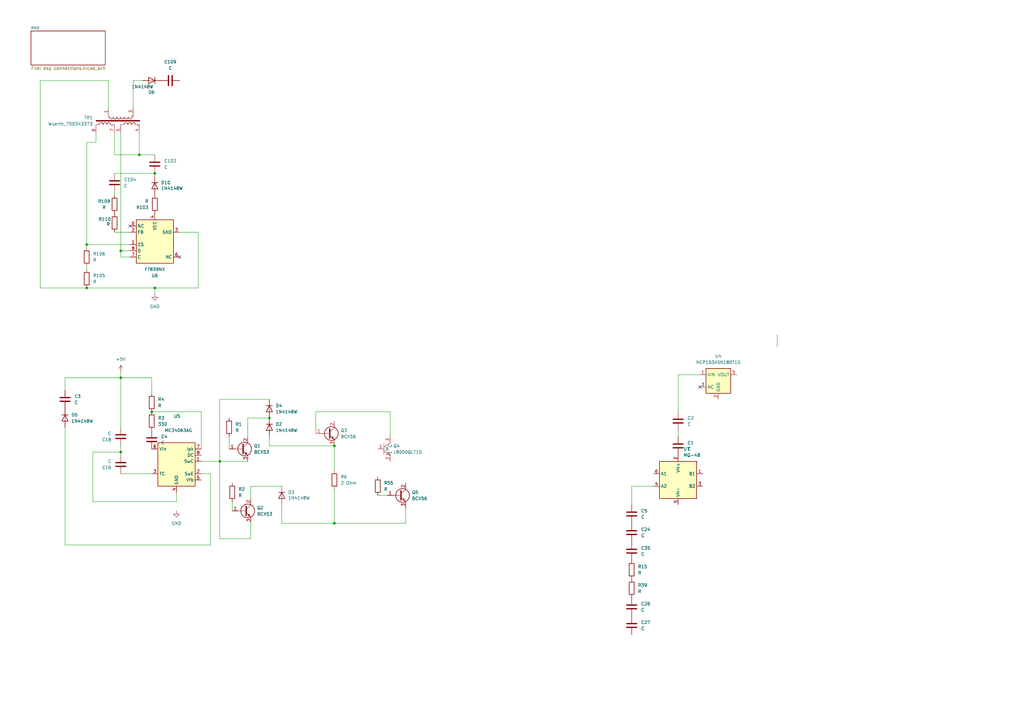
<source format=kicad_sch>
(kicad_sch (version 20250114) (generator "eeschema") (generator_version "9.0")
  (paper "A3")
  (lib_symbols
    (symbol "Device:C" (pin_numbers (hide yes)) (pin_names (offset 0.254))
      (property "Reference" "C" (at 0.635 2.54 0))
      (property "Value" "C" (at 0.635 -2.54 0))
      (symbol "C_0_1"
        (polyline (pts (xy -2.032 0.762) (xy 2.032 0.762)) (stroke (width 0.508)))
        (polyline (pts (xy -2.032 -0.762) (xy 2.032 -0.762)) (stroke (width 0.508)))
      )
      (symbol "C_1_1"
        (pin passive line (at 0 3.81 270) (length 2.794) (name "~") (number "1"))
        (pin passive line (at 0 -3.81 90) (length 2.794) (name "~") (number "2"))
      )
    )
    (symbol "Device:R" (pin_numbers (hide yes)) (pin_names (offset 0))
      (property "Reference" "R" (at 2.032 0 90))
      (property "Value" "R" (at 0 0 90))
      (symbol "R_0_1"
        (rectangle (start -1.016 -2.54) (end 1.016 2.54) (stroke (width 0.254)))
      )
      (symbol "R_1_1"
        (pin passive line (at 0 3.81 270) (length 1.27) (name "~") (number "1"))
        (pin passive line (at 0 -3.81 90) (length 1.27) (name "~") (number "2"))
      )
    )
    (symbol "Diode:1N4148W" (pin_numbers (hide yes)) (pin_names (hide yes))
      (property "Reference" "D" (at 0 2.54 0))
      (property "Value" "1N4148W" (at 0 -2.54 0))
      (symbol "1N4148W_0_1"
        (polyline (pts (xy -1.27 1.27) (xy -1.27 -1.27)) (stroke (width 0.254)))
        (polyline (pts (xy 1.27 1.27) (xy 1.27 -1.27) (xy -1.27 0) (xy 1.27 1.27)) (stroke (width 0.254)))
        (polyline (pts (xy 1.27 0) (xy -1.27 0)))
      )
      (symbol "1N4148W_1_1"
        (pin passive line (at -3.81 0 0) (length 2.54) (name "K") (number "1"))
        (pin passive line (at 3.81 0 180) (length 2.54) (name "A") (number "2"))
      )
    )
    (symbol "MC34063AD_1"
      (property "Reference" "U6" (at 0 12.7 0))
      (property "Value" "FT839NX" (at 0 10.16 0))
      (symbol "MC34063AD_1_0_1"
        (rectangle (start -7.62 7.62) (end 7.62 -10.16) (stroke (width 0.254)) (fill (type background)))
      )
      (symbol "MC34063AD_1_1_1"
        (pin unspecified line (at -10.16 5.08 0) (length 2.54) (name "NC") (number "6"))
        (pin power_in line (at -10.16 -5.08 0) (length 2.54) (name "GND") (number "3"))
        (pin power_in line (at 0 -12.7 90) (length 2.54) (name "VCC") (number "4"))
        (pin input line (at 10.16 5.08 180) (length 2.54) (name "C") (number "7"))
        (pin open_collector line (at 10.16 2.54 180) (length 2.54) (name "D") (number "8"))
        (pin open_collector line (at 10.16 0 180) (length 2.54) (name "CS") (number "1"))
        (pin open_emitter line (at 10.16 -5.08 180) (length 2.54) (name "FB") (number "2"))
        (pin unspecified line (at 10.16 -7.62 180) (length 2.54) (name "NC") (number "5"))
      )
    )
    (symbol "Regulator_Linear:NCP163ASN180T1G"
      (property "Reference" "U4" (at 0 10.16 0))
      (property "Value" "NCP163ASN180T1G" (at 0 7.62 0))
      (symbol "NCP163ASN180T1G_0_1"
        (rectangle (start -5.08 5.08) (end 5.08 -5.08) (stroke (width 0.254)) (fill (type background)))
      )
      (symbol "NCP163ASN180T1G_1_1"
        (pin power_in line (at -7.62 2.54 0) (length 2.54) (name "VIN") (number "1"))
        (pin input line (at -7.62 -2.54 0) (length 2.54) (name "NC") (number "3"))
        (pin power_in line (at 0 -7.62 90) (length 2.54) (name "GND") (number "2"))
        (pin no_connect line (at 5.08 -2.54 180) (length 2.54) (hide yes) (name "NC") (number "4"))
        (pin power_out line (at 7.62 2.54 180) (length 2.54) (name "VOUT") (number "5"))
      )
    )
    (symbol "Regulator_Switching:MC34063AD"
      (property "Reference" "U" (at -7.62 8.89 0))
      (property "Value" "MC34063AD" (at 0 8.89 0))
      (symbol "MC34063AD_0_1"
        (rectangle (start -7.62 7.62) (end 7.62 -10.16) (stroke (width 0.254)) (fill (type background)))
      )
      (symbol "MC34063AD_1_1"
        (pin power_in line (at -10.16 5.08 0) (length 2.54) (name "Vin") (number "6"))
        (pin passive line (at -10.16 -5.08 0) (length 2.54) (name "TC") (number "3"))
        (pin power_in line (at 0 -12.7 90) (length 2.54) (name "GND") (number "4"))
        (pin input line (at 10.16 5.08 180) (length 2.54) (name "Ipk") (number "7"))
        (pin open_collector line (at 10.16 2.54 180) (length 2.54) (name "DC") (number "8"))
        (pin open_collector line (at 10.16 0 180) (length 2.54) (name "SwC") (number "1"))
        (pin open_emitter line (at 10.16 -5.08 180) (length 2.54) (name "SwE") (number "2"))
        (pin input line (at 10.16 -7.62 180) (length 2.54) (name "Vfb") (number "5"))
      )
    )
    (symbol "Sensor_Gas:MQ-6"
      (property "Reference" "U" (at -6.35 8.89 0))
      (property "Value" "MQ-6" (at 3.81 8.89 0))
      (symbol "MQ-6_0_1"
        (rectangle (start -7.62 7.62) (end 7.62 -7.62) (stroke (width 0.254)) (fill (type background)))
      )
      (symbol "MQ-6_1_1"
        (pin passive line (at -10.16 2.54 0) (length 2.54) (name "A1") (number "6"))
        (pin passive line (at -10.16 -2.54 0) (length 2.54) (name "A2") (number "4"))
        (pin power_in line (at 0 10.16 270) (length 2.54) (name "VH+") (number "2"))
        (pin power_in line (at 0 -10.16 90) (length 2.54) (name "VH-") (number "5"))
        (pin passive line (at 10.16 2.54 180) (length 2.54) (name "B1") (number "1"))
        (pin passive line (at 10.16 -2.54 180) (length 2.54) (name "B2") (number "3"))
      )
    )
    (symbol "Transformer:Wuerth_750343373"
      (property "Reference" "TR" (at 0 8.89 0))
      (property "Value" "Wuerth_750343373" (at 0 -11.43 0))
      (symbol "Wuerth_750343373_0_1"
        (circle (center -2.032 4.572) (radius 0.127))
        (arc (start -1.524 4.572) (mid -0.7653 3.81) (end -1.524 3.048) (stroke (width 0.2032)))
        (arc (start -1.524 3.048) (mid -0.7653 2.286) (end -1.524 1.524) (stroke (width 0.2032)))
        (arc (start -1.524 1.524) (mid -0.7653 0.762) (end -1.524 0) (stroke (width 0.2032)))
        (arc (start -1.524 0) (mid -0.7653 -0.762) (end -1.524 -1.524) (stroke (width 0.2032)))
        (arc (start -1.524 -1.524) (mid -0.7653 -2.286) (end -1.524 -3.048) (stroke (width 0.2032)))
        (arc (start -1.524 -3.048) (mid -0.7653 -3.81) (end -1.524 -4.572) (stroke (width 0.2032)))
        (polyline (pts (xy -1.524 4.572) (xy -1.524 5.08) (xy -2.54 5.08)))
        (polyline (pts (xy -1.524 -4.572) (xy -1.524 -5.08) (xy -2.54 -5.08)))
        (rectangle (start -0.254 7.874) (end 0.254 -10.16) (stroke (width 0.0254)) (fill (type outline)))
        (polyline (pts (xy 1.524 -8.89) (xy 1.524 -10.16) (xy 2.54 -10.16)))
        (arc (start 1.524 4.445) (mid 0.7653 5.207) (end 1.524 5.969) (stroke (width 0.2032)))
        (arc (start 1.524 2.921) (mid 0.7653 3.683) (end 1.524 4.445) (stroke (width 0.2032)))
        (arc (start 1.524 1.397) (mid 0.7653 2.159) (end 1.524 2.921) (stroke (width 0.2032)))
        (arc (start 1.524 -5.715) (mid 0.7653 -4.953) (end 1.524 -4.191) (stroke (width 0.2032)))
        (arc (start 1.524 -7.239) (mid 0.7653 -6.477) (end 1.524 -5.715) (stroke (width 0.2032)))
        (arc (start 1.524 -8.763) (mid 0.7653 -8.001) (end 1.524 -7.239) (stroke (width 0.2032)))
        (circle (center 2.032 7.112) (radius 0.127))
        (circle (center 2.032 -3.556) (radius 0.127))
        (polyline (pts (xy 2.54 7.62) (xy 1.524 7.62) (xy 1.524 6.096)))
        (polyline (pts (xy 2.54 0) (xy 1.524 0) (xy 1.524 1.27)))
        (polyline (pts (xy 2.54 -2.54) (xy 1.524 -2.54) (xy 1.524 -4.064)))
      )
      (symbol "Wuerth_750343373_1_1"
        (pin passive line (at -5.08 5.08 0) (length 2.54) (name "~") (number "3"))
        (pin passive line (at -5.08 -5.08 0) (length 2.54) (name "~") (number "1"))
        (pin no_connect line (at 0 2.54 180) (length 2.54) (hide yes) (name "~") (number "2"))
        (pin no_connect line (at 0 0 180) (length 2.54) (hide yes) (name "~") (number "8"))
        (pin no_connect line (at 0 -2.54 180) (length 2.54) (hide yes) (name "~") (number "9"))
        (pin no_connect line (at 0 -7.62 0) (length 2.54) (hide yes) (name "~") (number "10"))
        (pin passive line (at 5.08 7.62 180) (length 2.54) (name "~") (number "4"))
        (pin passive line (at 5.08 0 180) (length 2.54) (name "~") (number "5"))
        (pin passive line (at 5.08 -2.54 180) (length 2.54) (name "~") (number "7"))
        (pin passive line (at 5.08 -10.16 180) (length 2.54) (name "~") (number "6"))
      )
    )
    (symbol "Transistor_BJT:BCX53" (pin_names (offset 0) (hide yes))
      (property "Reference" "Q" (at 5.08 1.905 0))
      (property "Value" "BCX53" (at 5.08 0 0))
      (symbol "BCX53_0_1"
        (polyline (pts (xy -2.54 0) (xy 0.635 0)))
        (polyline (pts (xy 0.635 1.905) (xy 0.635 -1.905)) (stroke (width 0.508)))
        (polyline (pts (xy 0.635 0.635) (xy 2.54 2.54)))
        (polyline (pts (xy 0.635 -0.635) (xy 2.54 -2.54)))
        (circle (center 1.27 0) (radius 2.8194) (stroke (width 0.254)))
        (polyline (pts (xy 2.286 -1.778) (xy 1.778 -2.286) (xy 1.27 -1.27) (xy 2.286 -1.778)) (fill (type outline)))
      )
      (symbol "BCX53_1_1"
        (pin input line (at -5.08 0 0) (length 2.54) (name "B") (number "1"))
        (pin passive line (at 2.54 5.08 270) (length 2.54) (name "C") (number "2"))
        (pin passive line (at 2.54 -5.08 90) (length 2.54) (name "E") (number "3"))
      )
    )
    (symbol "Transistor_BJT:BCX56" (pin_names (offset 0) (hide yes))
      (property "Reference" "Q" (at 5.08 1.905 0))
      (property "Value" "BCX56" (at 5.08 0 0))
      (symbol "BCX56_0_1"
        (polyline (pts (xy -2.54 0) (xy 0.635 0)))
        (polyline (pts (xy 0.635 1.905) (xy 0.635 -1.905)) (stroke (width 0.508)))
        (circle (center 1.27 0) (radius 2.8194) (stroke (width 0.254)))
      )
      (symbol "BCX56_1_1"
        (polyline (pts (xy 0.635 0.635) (xy 2.54 2.54)))
        (polyline (pts (xy 0.635 -0.635) (xy 2.54 -2.54)))
        (polyline (pts (xy 1.27 -1.778) (xy 1.778 -1.27) (xy 2.286 -2.286) (xy 1.27 -1.778)) (fill (type outline)))
        (pin input line (at -5.08 0 0) (length 2.54) (name "B") (number "1"))
        (pin passive line (at 2.54 5.08 270) (length 2.54) (name "C") (number "2"))
        (pin passive line (at 2.54 -5.08 90) (length 2.54) (name "E") (number "3"))
      )
    )
    (symbol "easyeda2kicad:L8050QLT1G"
      (property "Reference" "Q" (at 0 10.16 0))
      (property "Value" "L8050QLT1G" (at 0 -10.16 0))
      (symbol "L8050QLT1G_0_1"
        (polyline (pts (xy 0 2.29) (xy 0 -2.29)))
        (polyline (pts (xy 0 -0.76) (xy 2.54 -2.54)))
        (polyline (pts (xy 2.54 2.54) (xy 0 0.76)))
        (polyline (pts (xy 2.54 -2.54) (xy 1.78 -1.27) (xy 1.02 -2.29) (xy 2.54 -2.54)) (fill (type background)))
        (pin unspecified line (at -2.54 0 0) (length 2.54) (name "B") (number "1"))
        (pin unspecified line (at 2.54 5.08 270) (length 2.54) (name "C") (number "3"))
        (pin unspecified line (at 2.54 -5.08 90) (length 2.54) (name "E") (number "2"))
      )
    )
    (symbol "power:GND" (power) (pin_numbers (hide yes)) (pin_names (offset 0) (hide yes))
      (property "Value" "GND" (at 0 -3.81 0))
      (symbol "GND_0_1"
        (polyline (pts (xy 0 0) (xy 0 -1.27) (xy 1.27 -1.27) (xy 0 -2.54) (xy -1.27 -1.27) (xy 0 -1.27)))
      )
      (symbol "GND_1_1"
        (pin power_in line (at 0 0 270) (length 0) (name "~") (number "1"))
      )
    )
    (symbol "power:VCC" (power) (pin_numbers (hide yes)) (pin_names (offset 0) (hide yes))
      (property "Value" "VCC" (at 0 3.556 0))
      (symbol "VCC_0_1"
        (polyline (pts (xy -0.762 1.27) (xy 0 2.54)))
        (polyline (pts (xy 0 2.54) (xy 0.762 1.27)))
        (polyline (pts (xy 0 0) (xy 0 2.54)))
      )
      (symbol "VCC_1_1"
        (pin power_in line (at 0 0 90) (length 0) (name "~") (number "1"))
      )
    )
  )
  (junction (at 90.17 189.23))
  (junction (at 49.53 185.42))
  (junction (at 49.53 154.94))
  (junction (at 63.5 71.12))
  (junction (at 63.5 118.11))
  (junction (at 35.56 100.33))
  (junction (at 57.15 63.5))
  (junction (at 110.49 171.45))
  (junction (at 137.16 182.88))
  (junction (at 49.53 102.87))
  (junction (at 62.23 168.91))
  (junction (at 35.56 118.11))
  (junction (at 137.16 214.63))
  (no_connect (at 73.66 105.41))
  (no_connect (at 287.02 158.75))
  (no_connect (at 53.34 92.71))
  (wire (pts (xy 39.37 58.42) (xy 35.56 58.42)))
  (wire (pts (xy 62.23 168.91) (xy 82.55 168.91)))
  (wire (pts (xy 115.57 214.63) (xy 137.16 214.63)))
  (wire (pts (xy 63.5 118.11) (xy 63.5 120.65)))
  (wire (pts (xy 49.53 185.42) (xy 49.53 186.69)))
  (wire (pts (xy 35.56 58.42) (xy 35.56 100.33)))
  (wire (pts (xy 49.53 194.31) (xy 62.23 194.31)))
  (wire (pts (xy 38.1 205.74) (xy 38.1 185.42)))
  (wire (pts (xy 102.87 199.39) (xy 115.57 199.39)))
  (wire (pts (xy 95.25 205.74) (xy 95.25 209.55)))
  (wire (pts (xy 102.87 214.63) (xy 102.87 220.98)))
  (wire (pts (xy 49.53 182.88) (xy 49.53 185.42)))
  (wire (pts (xy 110.49 182.88) (xy 137.16 182.88)))
  (wire (pts (xy 278.13 153.67) (xy 278.13 168.91)))
  (wire (pts (xy 72.39 205.74) (xy 38.1 205.74)))
  (wire (pts (xy 46.99 63.5) (xy 57.15 63.5)))
  (wire (pts (xy 137.16 214.63) (xy 166.37 214.63)))
  (wire (pts (xy 35.56 110.49) (xy 35.56 109.22)))
  (wire (pts (xy 38.1 185.42) (xy 49.53 185.42)))
  (wire (pts (xy 82.55 189.23) (xy 90.17 189.23)))
  (wire (pts (xy 81.28 118.11) (xy 63.5 118.11)))
  (wire (pts (xy 26.67 154.94) (xy 49.53 154.94)))
  (wire (pts (xy 259.08 199.39) (xy 259.08 207.01)))
  (wire (pts (xy 137.16 200.66) (xy 137.16 214.63)))
  (wire (pts (xy 53.34 105.41) (xy 49.53 105.41)))
  (wire (pts (xy 93.98 179.07) (xy 93.98 184.15)))
  (wire (pts (xy 82.55 184.15) (xy 82.55 168.91)))
  (wire (pts (xy 54.61 33.02) (xy 54.61 44.45)))
  (wire (pts (xy 39.37 54.61) (xy 39.37 58.42)))
  (wire (pts (xy 26.67 154.94) (xy 26.67 160.02)))
  (wire (pts (xy 35.56 100.33) (xy 35.56 101.6)))
  (wire (pts (xy 137.16 182.88) (xy 137.16 193.04)))
  (wire (pts (xy 102.87 204.47) (xy 102.87 199.39)))
  (wire (pts (xy 26.67 223.52) (xy 26.67 175.26)))
  (wire (pts (xy 82.55 194.31) (xy 86.36 194.31)))
  (wire (pts (xy 81.28 95.25) (xy 81.28 118.11)))
  (wire (pts (xy 73.66 95.25) (xy 81.28 95.25)))
  (wire (pts (xy 62.23 161.29) (xy 62.23 154.94)))
  (wire (pts (xy 278.13 153.67) (xy 287.02 153.67)))
  (wire (pts (xy 46.99 54.61) (xy 46.99 63.5)))
  (wire (pts (xy 53.34 100.33) (xy 35.56 100.33)))
  (wire (pts (xy 160.02 168.91) (xy 129.54 168.91)))
  (wire (pts (xy 57.15 63.5) (xy 63.5 63.5)))
  (wire (pts (xy 35.56 118.11) (xy 63.5 118.11)))
  (wire (pts (xy 72.39 201.93) (xy 72.39 205.74)))
  (wire (pts (xy 49.53 175.26) (xy 49.53 154.94)))
  (wire (pts (xy 86.36 194.31) (xy 86.36 223.52)))
  (wire (pts (xy 166.37 214.63) (xy 166.37 208.28)))
  (wire (pts (xy 154.94 203.2) (xy 158.75 203.2)))
  (wire (pts (xy 278.13 176.53) (xy 278.13 179.07)))
  (wire (pts (xy 90.17 220.98) (xy 90.17 189.23)))
  (wire (pts (xy 115.57 214.63) (xy 115.57 207.01)))
  (wire (pts (xy 46.99 78.74) (xy 46.99 80.01)))
  (wire (pts (xy 102.87 220.98) (xy 90.17 220.98)))
  (wire (pts (xy 110.49 182.88) (xy 110.49 179.07)))
  (wire (pts (xy 63.5 71.12) (xy 63.5 72.39)))
  (wire (pts (xy 86.36 223.52) (xy 26.67 223.52)))
  (wire (pts (xy 44.45 44.45) (xy 44.45 33.02)))
  (wire (pts (xy 160.02 168.91) (xy 160.02 179.07)))
  (wire (pts (xy 57.15 54.61) (xy 57.15 63.5)))
  (wire (pts (xy 49.53 102.87) (xy 49.53 105.41)))
  (wire (pts (xy 46.99 71.12) (xy 63.5 71.12)))
  (wire (pts (xy 101.6 171.45) (xy 101.6 179.07)))
  (wire (pts (xy 49.53 152.4) (xy 49.53 154.94)))
  (wire (pts (xy 16.51 118.11) (xy 35.56 118.11)))
  (wire (pts (xy 44.45 33.02) (xy 16.51 33.02)))
  (wire (pts (xy 16.51 33.02) (xy 16.51 118.11)))
  (wire (pts (xy 90.17 189.23) (xy 101.6 189.23)))
  (wire (pts (xy 90.17 163.83) (xy 90.17 189.23)))
  (wire (pts (xy 49.53 154.94) (xy 62.23 154.94)))
  (wire (pts (xy 267.97 199.39) (xy 259.08 199.39)))
  (wire (pts (xy 53.34 95.25) (xy 46.99 95.25)))
  (wire (pts (xy 129.54 177.8) (xy 129.54 168.91)))
  (wire (pts (xy 110.49 163.83) (xy 90.17 163.83)))
  (wire (pts (xy 49.53 54.61) (xy 49.53 102.87)))
  (wire (pts (xy 49.53 102.87) (xy 53.34 102.87)))
  (wire (pts (xy 54.61 33.02) (xy 58.42 33.02)))
  (wire (pts (xy 318.77 137.16) (xy 318.77 142.24)))
  (wire (pts (xy 101.6 171.45) (xy 110.49 171.45)))
  (symbol (lib_id "Device:R") (at 46.99 91.44 180) (unit 1)
    (property "Reference" "R110" (at 40.386 89.916 0) (effects (justify right)))
    (property "Value" "R" (at 43.688 91.948 0) (effects (justify right)))
    (property "Description" "Resistor" (effects (hide yes)))
  )
  (symbol (lib_id "Diode:1N4148W") (at 63.5 76.2 270) (unit 1)
    (property "Reference" "D10" (at 66.04 74.9299 90) (effects (justify left)))
    (property "Value" "1N4148W" (at 66.04 77.216 90) (effects (justify left)))
    (property "Footprint" "Diode_SMD:D_SOD-123" (effects (hide yes)))
    (property "Datasheet" "https://www.vishay.com/docs/85748/1n4148w.pdf" (effects (hide yes)))
    (property "Description" "75V 0.15A Fast Switching Diode, SOD-123" (effects (hide yes)))
    (property "Sim.Device" "D" (effects (hide yes)))
    (property "Sim.Pins" "1=K 2=A" (effects (hide yes)))
  )
  (symbol (lib_id "Device:R") (at 62.23 172.72 0) (unit 1)
    (property "Reference" "R3" (at 64.77 171.4499 0) (effects (justify left)))
    (property "Value" "330" (at 64.77 173.9899 0) (effects (justify left)))
    (property "Description" "Resistor" (effects (hide yes)))
  )
  (symbol (lib_id "Regulator_Switching:MC34063AD") (at 72.39 189.23 0) (unit 1)
    (property "Reference" "U5" (at 72.644 170.688 0))
    (property "Value" "MC34063AG" (at 73.152 176.53 0))
    (property "Footprint" "Package_SO:SOIC-8_3.9x4.9mm_P1.27mm" (effects (hide yes)))
    (property "Datasheet" "http://www.onsemi.com/pub_link/Collateral/MC34063A-D.PDF" (effects (hide yes)))
    (property "Description" "1.5A, step-up/down/inverting switching regulator, 3-40V Vin, 100kHz, SO-8" (effects (hide yes)))
  )
  (symbol (lib_id "Device:C") (at 259.08 226.06 0) (unit 1)
    (property "Reference" "C35" (at 262.89 224.7899 0) (effects (justify left)))
    (property "Value" "C" (at 262.89 227.3299 0) (effects (justify left)))
    (property "Description" "Unpolarized capacitor" (effects (hide yes)))
  )
  (symbol (lib_id "Regulator_Linear:NCP163ASN180T1G") (at 294.64 156.21 0) (unit 1)
    (property "Reference" "U4" (at 294.64 146.05 0))
    (property "Value" "NCP163ASN180T1G" (at 294.64 148.59 0))
    (property "Footprint" "Package_TO_SOT_SMD:SOT-23-5" (effects (hide yes)))
    (property "Datasheet" "https://www.onsemi.com/pdf/datasheet/ncp163-d.pdf" (effects (hide yes)))
    (property "Description" "250mA low-noise LDO, 2.2V-5.5V input, 1.8V output, SOT-23-5" (effects (hide yes)))
  )
  (symbol (lib_id "Transistor_BJT:BCX53") (at 100.33 209.55 0) (unit 1)
    (property "Reference" "Q2" (at 105.41 208.2799 0) (effects (justify left)))
    (property "Value" "BCX53" (at 105.41 210.8199 0) (effects (justify left)))
    (property "Footprint" "Package_TO_SOT_SMD:SOT-89-3" (effects (hide yes)))
    (property "Datasheet" "http://www.infineon.com/dgdl/bcx51_bcx52_bcx53.pdf" (effects (hide yes)))
    (property "Description" "1A Ic, 80V Vce, PNP Medium Power Transistor, SOT-89" (effects (hide yes)))
  )
  (symbol (lib_id "Device:R") (at 154.94 199.39 0) (unit 1)
    (property "Reference" "R55" (at 157.48 198.1199 0) (effects (justify left)))
    (property "Value" "R" (at 157.48 200.6599 0) (effects (justify left)))
    (property "Description" "Resistor" (effects (hide yes)))
  )
  (symbol (lib_id "Diode:1N4148W") (at 110.49 175.26 270) (unit 1)
    (property "Reference" "D2" (at 113.03 173.9899 90) (effects (justify left)))
    (property "Value" "1N4148W" (at 113.03 176.5299 90) (effects (justify left)))
    (property "Footprint" "Diode_SMD:D_SOD-123" (effects (hide yes)))
    (property "Datasheet" "https://www.vishay.com/docs/85748/1n4148w.pdf" (effects (hide yes)))
    (property "Description" "75V 0.15A Fast Switching Diode, SOD-123" (effects (hide yes)))
    (property "Sim.Device" "D" (effects (hide yes)))
    (property "Sim.Pins" "1=K 2=A" (effects (hide yes)))
  )
  (symbol (lib_id "Device:C") (at 259.08 210.82 0) (unit 1)
    (property "Reference" "C5" (at 262.89 209.5499 0) (effects (justify left)))
    (property "Value" "C" (at 262.89 212.0899 0) (effects (justify left)))
    (property "Description" "Unpolarized capacitor" (effects (hide yes)))
  )
  (symbol (lib_id "Diode:1N4148W") (at 110.49 167.64 270) (unit 1)
    (property "Reference" "D4" (at 113.03 166.3699 90) (effects (justify left)))
    (property "Value" "1N4148W" (at 113.03 168.9099 90) (effects (justify left)))
    (property "Footprint" "Diode_SMD:D_SOD-123" (effects (hide yes)))
    (property "Datasheet" "https://www.vishay.com/docs/85748/1n4148w.pdf" (effects (hide yes)))
    (property "Description" "75V 0.15A Fast Switching Diode, SOD-123" (effects (hide yes)))
    (property "Sim.Device" "D" (effects (hide yes)))
    (property "Sim.Pins" "1=K 2=A" (effects (hide yes)))
  )
  (symbol (lib_id "Diode:1N4148W") (at 26.67 171.45 270) (unit 1)
    (property "Reference" "D5" (at 29.21 170.1799 90) (effects (justify left)))
    (property "Value" "1N4148W" (at 29.21 172.7199 90) (effects (justify left)))
    (property "Footprint" "Diode_SMD:D_SOD-123" (effects (hide yes)))
    (property "Datasheet" "https://www.vishay.com/docs/85748/1n4148w.pdf" (effects (hide yes)))
    (property "Description" "75V 0.15A Fast Switching Diode, SOD-123" (effects (hide yes)))
    (property "Sim.Device" "D" (effects (hide yes)))
    (property "Sim.Pins" "1=K 2=A" (effects (hide yes)))
  )
  (symbol (lib_id "Device:R") (at 259.08 233.68 0) (unit 1)
    (property "Reference" "R15" (at 261.62 232.4099 0) (effects (justify left)))
    (property "Value" "R" (at 261.62 234.9499 0) (effects (justify left)))
    (property "Description" "Resistor" (effects (hide yes)))
  )
  (symbol (lib_id "Device:R") (at 95.25 201.93 0) (unit 1)
    (property "Reference" "R2" (at 97.79 200.6599 0) (effects (justify left)))
    (property "Value" "R" (at 97.79 203.1999 0) (effects (justify left)))
    (property "Description" "Resistor" (effects (hide yes)))
  )
  (symbol (lib_id "Device:C") (at 259.08 256.54 0) (unit 1)
    (property "Reference" "C27" (at 262.89 255.2699 0) (effects (justify left)))
    (property "Value" "C" (at 262.89 257.8099 0) (effects (justify left)))
    (property "Description" "Unpolarized capacitor" (effects (hide yes)))
  )
  (symbol (lib_id "Device:C") (at 26.67 163.83 0) (unit 1)
    (property "Reference" "C3" (at 30.48 162.5599 0) (effects (justify left)))
    (property "Value" "C" (at 30.48 165.0999 0) (effects (justify left)))
    (property "Description" "Unpolarized capacitor" (effects (hide yes)))
  )
  (symbol (lib_id "power:VCC") (at 49.53 152.4 0) (unit 1)
    (property "Reference" "#PWR04" (effects (hide yes)))
    (property "Value" "+5V" (at 49.53 147.32 0))
    (property "Description" "Power symbol creates a global label with name \"VCC\"" (effects (hide yes)))
  )
  (symbol (lib_id "Sensor_Gas:MQ-6") (at 278.13 196.85 0) (unit 1)
    (property "Reference" "U7" (at 280.2733 184.15 0) (effects (justify left)))
    (property "Value" "MQ-4B" (at 280.2733 186.69 0) (effects (justify left)))
    (property "Footprint" "Sensor:MQ-6" (effects (hide yes)))
    (property "Datasheet" "https://www.winsen-sensor.com/d/files/semiconductor/mq-6.pdf" (effects (hide yes)))
    (property "Description" "Semiconductor Sensor for Flammable Gas" (effects (hide yes)))
  )
  (symbol (lib_id "Diode:1N4148W") (at 62.23 33.02 180) (unit 1)
    (property "Reference" "D6" (at 63.5 37.846 0) (effects (justify left)))
    (property "Value" "1N4148W" (at 62.992 35.56 0) (effects (justify left)))
    (property "Footprint" "Diode_SMD:D_SOD-123" (effects (hide yes)))
    (property "Datasheet" "https://www.vishay.com/docs/85748/1n4148w.pdf" (effects (hide yes)))
    (property "Description" "75V 0.15A Fast Switching Diode, SOD-123" (effects (hide yes)))
    (property "Sim.Device" "D" (effects (hide yes)))
    (property "Sim.Pins" "1=K 2=A" (effects (hide yes)))
  )
  (symbol (lib_id "Device:R") (at 63.5 83.82 180) (unit 1)
    (property "Reference" "R103" (at 60.96 85.0901 0) (effects (justify left)))
    (property "Value" "R" (at 60.96 82.5501 0) (effects (justify left)))
    (property "Description" "Resistor" (effects (hide yes)))
  )
  (symbol (lib_id "Device:R") (at 35.56 105.41 180) (unit 1)
    (property "Reference" "R106" (at 38.1 104.1399 0) (effects (justify right)))
    (property "Value" "R" (at 38.1 106.6799 0) (effects (justify right)))
    (property "Description" "Resistor" (effects (hide yes)))
  )
  (symbol (lib_id "Device:C") (at 49.53 190.5 0) (unit 1)
    (property "Reference" "C16" (at 45.72 191.7701 0) (effects (justify right)))
    (property "Value" "C" (at 45.72 189.2301 0) (effects (justify right)))
    (property "Description" "Unpolarized capacitor" (effects (hide yes)))
  )
  (symbol (lib_id "power:GND") (at 63.5 120.65 0) (unit 1)
    (property "Reference" "#PWR05" (effects (hide yes)))
    (property "Value" "GND" (at 63.5 125.73 0))
    (property "Description" "Power symbol creates a global label with name \"GND\" , ground" (effects (hide yes)))
  )
  (symbol (lib_id "Device:C") (at 278.13 172.72 0) (unit 1)
    (property "Reference" "C2" (at 281.94 171.4499 0) (effects (justify left)))
    (property "Value" "C" (at 281.94 173.9899 0) (effects (justify left)))
    (property "Description" "Unpolarized capacitor" (effects (hide yes)))
  )
  (symbol (lib_id "Transformer:Wuerth_750343373") (at 49.53 49.53 270) (unit 1)
    (property "Reference" "TR1" (at 38.1 48.2599 90) (effects (justify right)))
    (property "Value" "Wuerth_750343373" (at 38.1 50.7999 90) (effects (justify right)))
    (property "Footprint" "Transformer_THT:Transformer_Wuerth_750343373" (effects (hide yes)))
    (property "Datasheet" "https://katalog.we-online.com/ctm/datasheet/750343373.pdf" (effects (hide yes)))
    (property "Description" "Primary 18-60V 300kHz, Dual Secondary 12V-3A/12V-1A, Flyback Transformer, PCB" (effects (hide yes)))
  )
  (symbol (lib_id "Device:C") (at 259.08 248.92 0) (unit 1)
    (property "Reference" "C26" (at 262.89 247.6499 0) (effects (justify left)))
    (property "Value" "C" (at 262.89 250.1899 0) (effects (justify left)))
    (property "Description" "Unpolarized capacitor" (effects (hide yes)))
  )
  (symbol (lib_id "easyeda2kicad:L8050QLT1G") (at 157.48 184.15 0) (unit 1)
    (property "Reference" "Q4" (at 161.29 182.8799 0) (effects (justify left)))
    (property "Value" "L8050QLT1G" (at 161.29 185.4199 0) (effects (justify left)))
    (property "Footprint" "easyeda2kicad:SOT-23-3_L2.9-W1.3-P1.90-LS2.4-BR" (effects (hide yes)))
    (property "Datasheet" "https://lcsc.com/product-detail/Transistors-NPN-PNP_L8050QLT1G_C49581.html" (effects (hide yes)))
    (property "LCSC Part" "C49581" (effects (hide yes)))
  )
  (symbol (lib_id "Device:R") (at 46.99 83.82 180) (unit 1)
    (property "Reference" "R109" (at 40.132 82.55 0) (effects (justify right)))
    (property "Value" "R" (at 41.91 85.09 0) (effects (justify right)))
    (property "Description" "Resistor" (effects (hide yes)))
  )
  (symbol (lib_id "Transistor_BJT:BCX53") (at 99.06 184.15 0) (unit 1)
    (property "Reference" "Q1" (at 104.14 182.8799 0) (effects (justify left)))
    (property "Value" "BCX53" (at 104.14 185.4199 0) (effects (justify left)))
    (property "Footprint" "Package_TO_SOT_SMD:SOT-89-3" (effects (hide yes)))
    (property "Datasheet" "http://www.infineon.com/dgdl/bcx51_bcx52_bcx53.pdf" (effects (hide yes)))
    (property "Description" "1A Ic, 80V Vce, PNP Medium Power Transistor, SOT-89" (effects (hide yes)))
  )
  (symbol (lib_id "Device:R") (at 35.56 114.3 0) (unit 1)
    (property "Reference" "R105" (at 38.1 113.0299 0) (effects (justify left)))
    (property "Value" "R" (at 38.1 115.5699 0) (effects (justify left)))
    (property "Description" "Resistor" (effects (hide yes)))
  )
  (symbol (lib_id "Device:C") (at 46.99 74.93 0) (unit 1)
    (property "Reference" "C104" (at 50.8 73.6599 0) (effects (justify left)))
    (property "Value" "C" (at 50.8 76.1999 0) (effects (justify left)))
    (property "Description" "Unpolarized capacitor" (effects (hide yes)))
  )
  (symbol (lib_id "Device:C") (at 49.53 179.07 0) (unit 1)
    (property "Reference" "C18" (at 45.72 180.3401 0) (effects (justify right)))
    (property "Value" "C" (at 45.72 177.8001 0) (effects (justify right)))
    (property "Description" "Unpolarized capacitor" (effects (hide yes)))
  )
  (symbol (lib_id "Transistor_BJT:BCX56") (at 134.62 177.8 0) (unit 1)
    (property "Reference" "Q3" (at 139.7 176.5299 0) (effects (justify left)))
    (property "Value" "BCX56" (at 139.7 179.0699 0) (effects (justify left)))
    (property "Footprint" "Package_TO_SOT_SMD:SOT-89-3" (effects (hide yes)))
    (property "Datasheet" "https://www.nxp.com/docs/en/data-sheet/BCP56_BCX56_BC56PA.pdf" (effects (hide yes)))
    (property "Description" "1A Ic, 80V Vce, NPN Medium Power Transistor, SOT-89" (effects (hide yes)))
  )
  (symbol (lib_id "Device:C") (at 69.85 33.02 90) (unit 1)
    (property "Reference" "C109" (at 69.85 25.4 90))
    (property "Value" "C" (at 69.85 27.94 90))
    (property "Description" "Unpolarized capacitor" (effects (hide yes)))
  )
  (symbol (lib_id "Device:R") (at 93.98 175.26 0) (unit 1)
    (property "Reference" "R1" (at 96.52 173.9899 0) (effects (justify left)))
    (property "Value" "R" (at 96.52 176.5299 0) (effects (justify left)))
    (property "Description" "Resistor" (effects (hide yes)))
  )
  (symbol (lib_id "Device:C") (at 278.13 182.88 0) (unit 1)
    (property "Reference" "C1" (at 281.94 181.6099 0) (effects (justify left)))
    (property "Value" "C" (at 281.94 184.1499 0) (effects (justify left)))
    (property "Description" "Unpolarized capacitor" (effects (hide yes)))
  )
  (symbol (lib_id "Device:C") (at 63.5 67.31 0) (unit 1)
    (property "Reference" "C102" (at 67.31 66.0399 0) (effects (justify left)))
    (property "Value" "C" (at 67.31 68.5799 0) (effects (justify left)))
    (property "Description" "Unpolarized capacitor" (effects (hide yes)))
  )
  (symbol (lib_id "Device:R") (at 137.16 196.85 0) (unit 1)
    (property "Reference" "R6" (at 139.7 195.5799 0) (effects (justify left)))
    (property "Value" "2 Ohm" (at 139.7 198.1199 0) (effects (justify left)))
    (property "Description" "Resistor" (effects (hide yes)))
  )
  (symbol (lib_id "Device:C") (at 62.23 180.34 0) (unit 1)
    (property "Reference" "C4" (at 66.04 179.0699 0) (effects (justify left)))
    (property "Value" "C" (at 66.04 181.6099 0) (effects (justify left)))
    (property "Description" "Unpolarized capacitor" (effects (hide yes)))
  )
  (symbol (lib_id "Diode:1N4148W") (at 115.57 203.2 270) (unit 1)
    (property "Reference" "D3" (at 118.11 201.9299 90) (effects (justify left)))
    (property "Value" "1N4148W" (at 118.11 204.216 90) (effects (justify left)))
    (property "Footprint" "Diode_SMD:D_SOD-123" (effects (hide yes)))
    (property "Datasheet" "https://www.vishay.com/docs/85748/1n4148w.pdf" (effects (hide yes)))
    (property "Description" "75V 0.15A Fast Switching Diode, SOD-123" (effects (hide yes)))
    (property "Sim.Device" "D" (effects (hide yes)))
    (property "Sim.Pins" "1=K 2=A" (effects (hide yes)))
  )
  (symbol (lib_name "MC34063AD_1") (lib_id "Regulator_Switching:MC34063AD") (at 63.5 100.33 180) (unit 1)
    (property "Reference" "U6" (at 63.5 113.03 0))
    (property "Value" "FT839NX" (at 63.5 110.49 0))
    (property "Footprint" "Package_SO:SOIC-8_3.9x4.9mm_P1.27mm" (effects (hide yes)))
    (property "Datasheet" "https://mm.digikey.com/Volume0/opasdata/d220001/medias/docus/1809/FT839Nx%2C839Mx.pdf" (effects (hide yes)))
    (property "Description" "1.5A, step-up/down/inverting switching regulator, 3-40V Vin, 100kHz, SO-8" (effects (hide yes)))
  )
  (symbol (lib_id "Device:R") (at 62.23 165.1 0) (unit 1)
    (property "Reference" "R4" (at 64.77 163.8299 0) (effects (justify left)))
    (property "Value" "R" (at 64.77 166.3699 0) (effects (justify left)))
    (property "Description" "Resistor" (effects (hide yes)))
  )
  (symbol (lib_id "power:GND") (at 72.39 209.55 0) (unit 1)
    (property "Reference" "#PWR03" (effects (hide yes)))
    (property "Value" "GND" (at 72.39 214.63 0))
    (property "Description" "Power symbol creates a global label with name \"GND\" , ground" (effects (hide yes)))
  )
  (symbol (lib_id "Device:R") (at 259.08 241.3 0) (unit 1)
    (property "Reference" "R39" (at 261.62 240.0299 0) (effects (justify left)))
    (property "Value" "R" (at 261.62 242.5699 0) (effects (justify left)))
    (property "Description" "Resistor" (effects (hide yes)))
  )
  (symbol (lib_id "Device:C") (at 259.08 218.44 0) (unit 1)
    (property "Reference" "C24" (at 262.89 217.1699 0) (effects (justify left)))
    (property "Value" "C" (at 262.89 219.7099 0) (effects (justify left)))
    (property "Description" "Unpolarized capacitor" (effects (hide yes)))
  )
  (symbol (lib_id "Transistor_BJT:BCX56") (at 163.83 203.2 0) (unit 1)
    (property "Reference" "Q5" (at 168.91 201.9299 0) (effects (justify left)))
    (property "Value" "BCX56" (at 168.91 204.4699 0) (effects (justify left)))
    (property "Footprint" "Package_TO_SOT_SMD:SOT-89-3" (effects (hide yes)))
    (property "Datasheet" "https://www.nxp.com/docs/en/data-sheet/BCP56_BCX56_BC56PA.pdf" (effects (hide yes)))
    (property "Description" "1A Ic, 80V Vce, NPN Medium Power Transistor, SOT-89" (effects (hide yes)))
  )
  (sheet (at 12.7 12.7) (size 30.48 13.97) (stroke (width 0.1524))
    (property "Sheetname" "esp" (at 12.7 11.9884 0) (effects (justify left bottom)))
    (property "Sheetfile" "esp connections.kicad_sch" (at 12.7 27.2546 0) (effects (justify left top)))
  )
)
</source>
